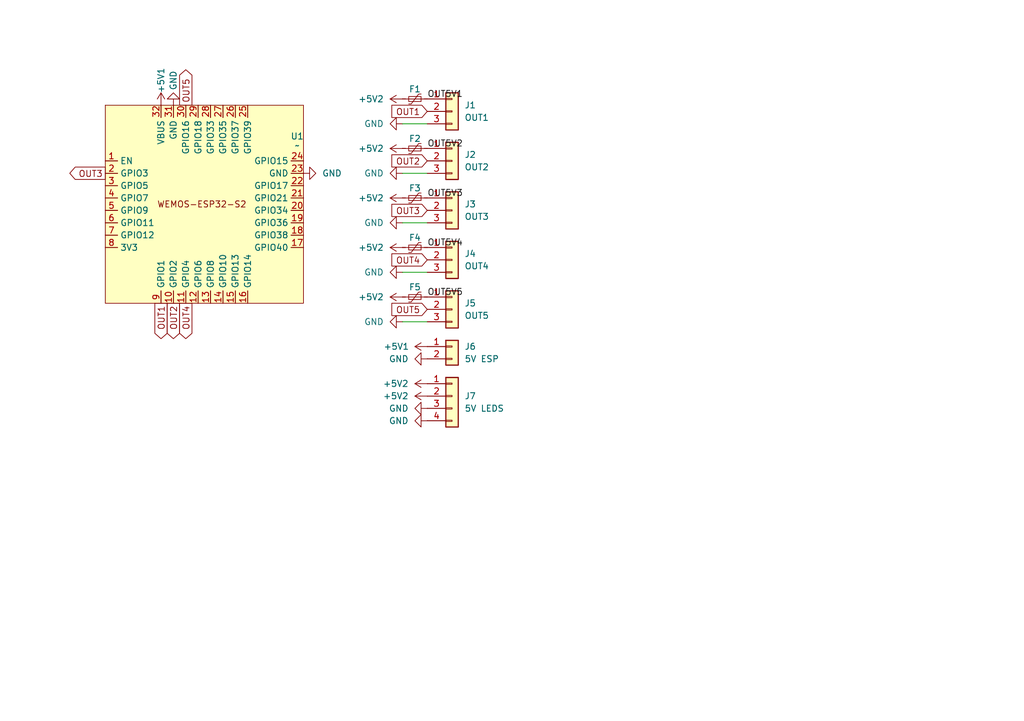
<source format=kicad_sch>
(kicad_sch (version 20231120) (generator "eeschema") (generator_version "8.0")
  (paper "A5")
  (lib_symbols
    (symbol "Connector_Generic:Conn_01x02" (pin_names (offset 1.016) hide)
      (property "Reference" "J" (at 0 2.54 0))
      (property "Value" "Conn_01x02" (at 0 -5.08 0))
      (symbol "Conn_01x02_1_1"
        (rectangle (start -1.27 -2.413) (end 0 -2.667) (stroke (width 0.1524)))
        (rectangle (start -1.27 0.127) (end 0 -0.127) (stroke (width 0.1524)))
        (rectangle (start -1.27 1.27) (end 1.27 -3.81) (stroke (width 0.254)) (fill (type background)))
        (pin passive line (at -5.08 0 0) (length 3.81) (name "Pin_1") (number "1"))
        (pin passive line (at -5.08 -2.54 0) (length 3.81) (name "Pin_2") (number "2"))
      )
    )
    (symbol "Connector_Generic:Conn_01x03" (pin_names (offset 1.016) hide)
      (property "Reference" "J" (at 0 5.08 0))
      (property "Value" "Conn_01x03" (at 0 -5.08 0))
      (symbol "Conn_01x03_1_1"
        (rectangle (start -1.27 -2.413) (end 0 -2.667) (stroke (width 0.1524)))
        (rectangle (start -1.27 0.127) (end 0 -0.127) (stroke (width 0.1524)))
        (rectangle (start -1.27 2.667) (end 0 2.413) (stroke (width 0.1524)))
        (rectangle (start -1.27 3.81) (end 1.27 -3.81) (stroke (width 0.254)) (fill (type background)))
        (pin passive line (at -5.08 2.54 0) (length 3.81) (name "Pin_1") (number "1"))
        (pin passive line (at -5.08 0 0) (length 3.81) (name "Pin_2") (number "2"))
        (pin passive line (at -5.08 -2.54 0) (length 3.81) (name "Pin_3") (number "3"))
      )
    )
    (symbol "Connector_Generic:Conn_01x04" (pin_names (offset 1.016) hide)
      (property "Reference" "J" (at 0 5.08 0))
      (property "Value" "Conn_01x04" (at 0 -7.62 0))
      (symbol "Conn_01x04_1_1"
        (rectangle (start -1.27 -4.953) (end 0 -5.207) (stroke (width 0.1524)))
        (rectangle (start -1.27 -2.413) (end 0 -2.667) (stroke (width 0.1524)))
        (rectangle (start -1.27 0.127) (end 0 -0.127) (stroke (width 0.1524)))
        (rectangle (start -1.27 2.667) (end 0 2.413) (stroke (width 0.1524)))
        (rectangle (start -1.27 3.81) (end 1.27 -6.35) (stroke (width 0.254)) (fill (type background)))
        (pin passive line (at -5.08 2.54 0) (length 3.81) (name "Pin_1") (number "1"))
        (pin passive line (at -5.08 0 0) (length 3.81) (name "Pin_2") (number "2"))
        (pin passive line (at -5.08 -2.54 0) (length 3.81) (name "Pin_3") (number "3"))
        (pin passive line (at -5.08 -5.08 0) (length 3.81) (name "Pin_4") (number "4"))
      )
    )
    (symbol "Device:Polyfuse_Small" (pin_numbers hide) (pin_names (offset 0))
      (property "Reference" "F" (at -1.905 0 90))
      (property "Value" "Polyfuse_Small" (at 1.905 0 90))
      (symbol "Polyfuse_Small_0_1"
        (rectangle (start -0.508 1.27) (end 0.508 -1.27))
        (polyline (pts (xy 0 2.54) (xy 0 -2.54)))
        (polyline (pts (xy -1.016 1.27) (xy -1.016 0.762) (xy 1.016 -0.762) (xy 1.016 -1.27)))
      )
      (symbol "Polyfuse_Small_1_1"
        (pin passive line (at 0 2.54 270) (length 0.635) (name "~") (number "1"))
        (pin passive line (at 0 -2.54 90) (length 0.635) (name "~") (number "2"))
      )
    )
    (symbol "WEMOS-ESP32-S2:WEMOS-ESP32-S2"
      (property "Reference" "U" (at 14.986 14.986 0))
      (symbol "WEMOS-ESP32-S2_1_1"
        (rectangle (start -20.32 20.32) (end 20.32 -20.32) (fill (type background)))
        (text "WEMOS-ESP32-S2" (at -0.508 0 0) (effects (font (size 1.27 1.27))))
        (pin input line (at -20.32 8.89 0) (length 2.54) (name "EN") (number "1"))
        (pin input line (at -6.35 -20.32 90) (length 2.54) (name "GPIO2") (number "10"))
        (pin input line (at -3.81 -20.32 90) (length 2.54) (name "GPIO4") (number "11"))
        (pin input line (at -1.27 -20.32 90) (length 2.54) (name "GPIO6") (number "12"))
        (pin input line (at 1.27 -20.32 90) (length 2.54) (name "GPIO8") (number "13"))
        (pin input line (at 3.81 -20.32 90) (length 2.54) (name "GPIO10") (number "14"))
        (pin input line (at 6.35 -20.32 90) (length 2.54) (name "GPIO13") (number "15"))
        (pin input line (at 8.89 -20.32 90) (length 2.54) (name "GPIO14") (number "16"))
        (pin input line (at 20.32 -8.89 180) (length 2.54) (name "GPIO40") (number "17"))
        (pin input line (at 20.32 -6.35 180) (length 2.54) (name "GPIO38") (number "18"))
        (pin input line (at 20.32 -3.81 180) (length 2.54) (name "GPIO36") (number "19"))
        (pin input line (at -20.32 6.35 0) (length 2.54) (name "GPIO3") (number "2"))
        (pin input line (at 20.32 -1.27 180) (length 2.54) (name "GPIO34") (number "20"))
        (pin input line (at 20.32 1.27 180) (length 2.54) (name "GPIO21") (number "21"))
        (pin input line (at 20.32 3.81 180) (length 2.54) (name "GPIO17") (number "22"))
        (pin input line (at 20.32 6.35 180) (length 2.54) (name "GND") (number "23"))
        (pin input line (at 20.32 8.89 180) (length 2.54) (name "GPIO15") (number "24"))
        (pin input line (at 8.89 20.32 270) (length 2.54) (name "GPIO39") (number "25"))
        (pin input line (at 6.35 20.32 270) (length 2.54) (name "GPIO37") (number "26"))
        (pin input line (at 3.81 20.32 270) (length 2.54) (name "GPIO35") (number "27"))
        (pin input line (at 1.27 20.32 270) (length 2.54) (name "GPIO33") (number "28"))
        (pin input line (at -1.27 20.32 270) (length 2.54) (name "GPIO18") (number "29"))
        (pin input line (at -20.32 3.81 0) (length 2.54) (name "GPIO5") (number "3"))
        (pin input line (at -3.81 20.32 270) (length 2.54) (name "GPIO16") (number "30"))
        (pin input line (at -6.35 20.32 270) (length 2.54) (name "GND") (number "31"))
        (pin input line (at -8.89 20.32 270) (length 2.54) (name "VBUS") (number "32"))
        (pin input line (at -20.32 1.27 0) (length 2.54) (name "GPIO7") (number "4"))
        (pin input line (at -20.32 -1.27 0) (length 2.54) (name "GPIO9") (number "5"))
        (pin input line (at -20.32 -3.81 0) (length 2.54) (name "GPIO11") (number "6"))
        (pin input line (at -20.32 -6.35 0) (length 2.54) (name "GPIO12") (number "7"))
        (pin input line (at -20.32 -8.89 0) (length 2.54) (name "3V3") (number "8"))
        (pin input line (at -8.89 -20.32 90) (length 2.54) (name "GPIO1") (number "9"))
      )
    )
    (symbol "power:+5V" (power) (pin_numbers hide) (pin_names (offset 0) hide)
      (property "Value" "+5V" (at 0 3.556 0))
      (symbol "+5V_0_1"
        (polyline (pts (xy -0.762 1.27) (xy 0 2.54)))
        (polyline (pts (xy 0 0) (xy 0 2.54)))
        (polyline (pts (xy 0 2.54) (xy 0.762 1.27)))
      )
      (symbol "+5V_1_1"
        (pin power_in line (at 0 0 90) (length 0) (name "~") (number "1"))
      )
    )
    (symbol "power:GND" (power) (pin_numbers hide) (pin_names (offset 0) hide)
      (property "Value" "GND" (at 0 -3.81 0))
      (symbol "GND_0_1"
        (polyline (pts (xy 0 0) (xy 0 -1.27) (xy 1.27 -1.27) (xy 0 -2.54) (xy -1.27 -1.27) (xy 0 -1.27)))
      )
      (symbol "GND_1_1"
        (pin power_in line (at 0 0 270) (length 0) (name "~") (number "1"))
      )
    )
  )
  (wire (pts (xy 82.55 25.4) (xy 87.63 25.4)))
  (wire (pts (xy 82.55 45.72) (xy 87.63 45.72)))
  (wire (pts (xy 82.55 66.04) (xy 87.63 66.04)))
  (wire (pts (xy 82.55 35.56) (xy 87.63 35.56)))
  (wire (pts (xy 82.55 55.88) (xy 87.63 55.88)))
  (label "OUT5V4" (at 87.63 50.8 0))
  (label "OUT5V5" (at 87.63 60.96 0))
  (label "OUT5V3" (at 87.63 40.64 0))
  (label "OUT5V1" (at 87.63 20.32 0))
  (label "OUT5V2" (at 87.63 30.48 0))
  (global_label "OUT5" (shape input) (at 87.63 63.5 180) (property "Intersheetrefs" "${INTERSHEET_REFS}" (effects (hide yes))))
  (global_label "OUT3" (shape input) (at 87.63 43.18 180) (property "Intersheetrefs" "${INTERSHEET_REFS}" (effects (hide yes))))
  (global_label "OUT2" (shape output) (at 35.56 62.23 270) (property "Intersheetrefs" "${INTERSHEET_REFS}" (effects (hide yes))))
  (global_label "OUT3" (shape output) (at 21.59 35.56 180) (property "Intersheetrefs" "${INTERSHEET_REFS}" (effects (hide yes))))
  (global_label "OUT2" (shape input) (at 87.63 33.02 180) (property "Intersheetrefs" "${INTERSHEET_REFS}" (effects (hide yes))))
  (global_label "OUT1" (shape output) (at 33.02 62.23 270) (property "Intersheetrefs" "${INTERSHEET_REFS}" (effects (hide yes))))
  (global_label "OUT5" (shape output) (at 38.1 21.59 90) (property "Intersheetrefs" "${INTERSHEET_REFS}" (effects (hide yes))))
  (global_label "OUT1" (shape input) (at 87.63 22.86 180) (property "Intersheetrefs" "${INTERSHEET_REFS}" (effects (hide yes))))
  (global_label "OUT4" (shape output) (at 38.1 62.23 270) (property "Intersheetrefs" "${INTERSHEET_REFS}" (effects (hide yes))))
  (global_label "OUT4" (shape input) (at 87.63 53.34 180) (property "Intersheetrefs" "${INTERSHEET_REFS}" (effects (hide yes))))
  (symbol (lib_id "power:+5V") (at 33.02 21.59 0) (unit 1)
    (property "Reference" "#PWR015" (effects (hide yes)))
    (property "Value" "+5V1" (at 33.02 16.51 90))
    (property "Description" "Power symbol creates a global label with name \"+5V\"" (effects (hide yes)))
  )
  (symbol (lib_id "Device:Polyfuse_Small") (at 85.09 20.32 90) (unit 1)
    (property "Reference" "F1" (at 85.09 18.288 90))
    (property "Value" "Polyfuse_Small" (effects (hide yes)))
    (property "Footprint" "KiCad:1812L010DR" (effects (hide yes)))
    (property "Description" "Resettable fuse, polymeric positive temperature coefficient, small symbol" (effects (hide yes)))
  )
  (symbol (lib_id "power:GND") (at 87.63 73.66 270) (unit 1)
    (property "Reference" "#PWR016" (effects (hide yes)))
    (property "Value" "GND" (at 83.82 73.6599 90) (effects (justify right)))
    (property "Description" "Power symbol creates a global label with name \"GND\" , ground" (effects (hide yes)))
  )
  (symbol (lib_id "Connector_Generic:Conn_01x03") (at 92.71 33.02 0) (unit 1)
    (property "Reference" "J2" (at 95.25 31.7499 0) (effects (justify left)))
    (property "Value" "OUT2" (at 95.25 34.2899 0) (effects (justify left)))
    (property "Footprint" "Connector_Wire:SolderWire-0.25sqmm_1x03_P4.2mm_D0.65mm_OD1.7mm_Relief" (effects (hide yes)))
    (property "Description" "Generic connector, single row, 01x03, script generated (kicad-library-utils/schlib/autogen/connector/)" (effects (hide yes)))
  )
  (symbol (lib_id "power:+5V") (at 87.63 71.12 90) (unit 1)
    (property "Reference" "#PWR017" (effects (hide yes)))
    (property "Value" "+5V1" (at 81.28 71.12 90))
    (property "Description" "Power symbol creates a global label with name \"+5V\"" (effects (hide yes)))
  )
  (symbol (lib_id "Connector_Generic:Conn_01x03") (at 92.71 22.86 0) (unit 1)
    (property "Reference" "J1" (at 95.25 21.5899 0) (effects (justify left)))
    (property "Value" "OUT1" (at 95.25 24.1299 0) (effects (justify left)))
    (property "Footprint" "Connector_Wire:SolderWire-0.25sqmm_1x03_P4.2mm_D0.65mm_OD1.7mm_Relief" (effects (hide yes)))
    (property "Description" "Generic connector, single row, 01x03, script generated (kicad-library-utils/schlib/autogen/connector/)" (effects (hide yes)))
  )
  (symbol (lib_id "power:GND") (at 82.55 35.56 270) (unit 1)
    (property "Reference" "#PWR04" (effects (hide yes)))
    (property "Value" "GND" (at 78.74 35.5599 90) (effects (justify right)))
    (property "Description" "Power symbol creates a global label with name \"GND\" , ground" (effects (hide yes)))
  )
  (symbol (lib_id "power:GND") (at 35.56 21.59 180) (unit 1)
    (property "Reference" "#PWR012" (effects (hide yes)))
    (property "Value" "GND" (at 35.56 16.51 90))
    (property "Description" "Power symbol creates a global label with name \"GND\" , ground" (effects (hide yes)))
  )
  (symbol (lib_id "Device:Polyfuse_Small") (at 85.09 60.96 90) (unit 1)
    (property "Reference" "F5" (at 85.09 58.928 90))
    (property "Value" "Polyfuse_Small" (effects (hide yes)))
    (property "Footprint" "KiCad:1812L010DR" (effects (hide yes)))
    (property "Description" "Resettable fuse, polymeric positive temperature coefficient, small symbol" (effects (hide yes)))
  )
  (symbol (lib_id "power:GND") (at 82.55 66.04 270) (unit 1)
    (property "Reference" "#PWR010" (effects (hide yes)))
    (property "Value" "GND" (at 78.74 66.0399 90) (effects (justify right)))
    (property "Description" "Power symbol creates a global label with name \"GND\" , ground" (effects (hide yes)))
  )
  (symbol (lib_id "Connector_Generic:Conn_01x02") (at 92.71 71.12 0) (unit 1)
    (property "Reference" "J6" (at 95.25 71.1199 0) (effects (justify left)))
    (property "Value" "5V ESP" (at 95.25 73.6599 0) (effects (justify left)))
    (property "Footprint" "Connector_Wire:SolderWire-0.25sqmm_1x02_P4.2mm_D0.65mm_OD1.7mm_Relief" (effects (hide yes)))
    (property "Description" "Generic connector, single row, 01x02, script generated (kicad-library-utils/schlib/autogen/connector/)" (effects (hide yes)))
  )
  (symbol (lib_id "power:+5V") (at 82.55 40.64 90) (unit 1)
    (property "Reference" "#PWR05" (effects (hide yes)))
    (property "Value" "+5V2" (at 78.74 40.6399 90) (effects (justify left)))
    (property "Description" "Power symbol creates a global label with name \"+5V\"" (effects (hide yes)))
  )
  (symbol (lib_id "power:+5V") (at 82.55 30.48 90) (unit 1)
    (property "Reference" "#PWR03" (effects (hide yes)))
    (property "Value" "+5V2" (at 78.74 30.4799 90) (effects (justify left)))
    (property "Description" "Power symbol creates a global label with name \"+5V\"" (effects (hide yes)))
  )
  (symbol (lib_id "power:GND") (at 62.23 35.56 90) (unit 1)
    (property "Reference" "#PWR011" (effects (hide yes)))
    (property "Value" "GND" (at 66.04 35.5599 90) (effects (justify right)))
    (property "Description" "Power symbol creates a global label with name \"GND\" , ground" (effects (hide yes)))
  )
  (symbol (lib_id "power:+5V") (at 87.63 81.28 90) (unit 1)
    (property "Reference" "#PWR018" (effects (hide yes)))
    (property "Value" "+5V2" (at 83.82 81.2799 90) (effects (justify left)))
    (property "Description" "Power symbol creates a global label with name \"+5V\"" (effects (hide yes)))
  )
  (symbol (lib_id "power:+5V") (at 87.63 78.74 90) (unit 1)
    (property "Reference" "#PWR013" (effects (hide yes)))
    (property "Value" "+5V2" (at 83.82 78.7399 90) (effects (justify left)))
    (property "Description" "Power symbol creates a global label with name \"+5V\"" (effects (hide yes)))
  )
  (symbol (lib_id "Device:Polyfuse_Small") (at 85.09 30.48 90) (unit 1)
    (property "Reference" "F2" (at 85.09 28.448 90))
    (property "Value" "Polyfuse_Small" (effects (hide yes)))
    (property "Footprint" "KiCad:1812L010DR" (effects (hide yes)))
    (property "Description" "Resettable fuse, polymeric positive temperature coefficient, small symbol" (effects (hide yes)))
  )
  (symbol (lib_id "Device:Polyfuse_Small") (at 85.09 50.8 90) (unit 1)
    (property "Reference" "F4" (at 85.09 48.768 90))
    (property "Value" "Polyfuse_Small" (effects (hide yes)))
    (property "Footprint" "KiCad:1812L010DR" (effects (hide yes)))
    (property "Description" "Resettable fuse, polymeric positive temperature coefficient, small symbol" (effects (hide yes)))
  )
  (symbol (lib_id "power:GND") (at 82.55 45.72 270) (unit 1)
    (property "Reference" "#PWR06" (effects (hide yes)))
    (property "Value" "GND" (at 78.74 45.7199 90) (effects (justify right)))
    (property "Description" "Power symbol creates a global label with name \"GND\" , ground" (effects (hide yes)))
  )
  (symbol (lib_id "power:+5V") (at 82.55 60.96 90) (unit 1)
    (property "Reference" "#PWR09" (effects (hide yes)))
    (property "Value" "+5V2" (at 78.74 60.9599 90) (effects (justify left)))
    (property "Description" "Power symbol creates a global label with name \"+5V\"" (effects (hide yes)))
  )
  (symbol (lib_id "power:GND") (at 87.63 86.36 270) (unit 1)
    (property "Reference" "#PWR019" (effects (hide yes)))
    (property "Value" "GND" (at 83.82 86.3599 90) (effects (justify right)))
    (property "Description" "Power symbol creates a global label with name \"GND\" , ground" (effects (hide yes)))
  )
  (symbol (lib_id "Device:Polyfuse_Small") (at 85.09 40.64 90) (unit 1)
    (property "Reference" "F3" (at 85.09 38.608 90))
    (property "Value" "Polyfuse_Small" (effects (hide yes)))
    (property "Footprint" "KiCad:1812L010DR" (effects (hide yes)))
    (property "Description" "Resettable fuse, polymeric positive temperature coefficient, small symbol" (effects (hide yes)))
  )
  (symbol (lib_id "power:GND") (at 82.55 55.88 270) (unit 1)
    (property "Reference" "#PWR08" (effects (hide yes)))
    (property "Value" "GND" (at 78.74 55.8799 90) (effects (justify right)))
    (property "Description" "Power symbol creates a global label with name \"GND\" , ground" (effects (hide yes)))
  )
  (symbol (lib_id "Connector_Generic:Conn_01x03") (at 92.71 43.18 0) (unit 1)
    (property "Reference" "J3" (at 95.25 41.9099 0) (effects (justify left)))
    (property "Value" "OUT3" (at 95.25 44.4499 0) (effects (justify left)))
    (property "Footprint" "Connector_Wire:SolderWire-0.25sqmm_1x03_P4.2mm_D0.65mm_OD1.7mm_Relief" (effects (hide yes)))
    (property "Description" "Generic connector, single row, 01x03, script generated (kicad-library-utils/schlib/autogen/connector/)" (effects (hide yes)))
  )
  (symbol (lib_id "power:+5V") (at 82.55 20.32 90) (unit 1)
    (property "Reference" "#PWR01" (effects (hide yes)))
    (property "Value" "+5V2" (at 78.74 20.3199 90) (effects (justify left)))
    (property "Description" "Power symbol creates a global label with name \"+5V\"" (effects (hide yes)))
  )
  (symbol (lib_id "WEMOS-ESP32-S2:WEMOS-ESP32-S2") (at 41.91 41.91 0) (unit 1)
    (property "Reference" "U1" (at 60.96 27.9714 0))
    (property "Value" "~" (at 60.96 29.8765 0))
    (property "Footprint" "WEMOS-ESP32-S2:WEMOS-ESP32-S2" (effects (hide yes)))
  )
  (symbol (lib_id "Connector_Generic:Conn_01x03") (at 92.71 53.34 0) (unit 1)
    (property "Reference" "J4" (at 95.25 52.0699 0) (effects (justify left)))
    (property "Value" "OUT4" (at 95.25 54.6099 0) (effects (justify left)))
    (property "Footprint" "Connector_Wire:SolderWire-0.25sqmm_1x03_P4.2mm_D0.65mm_OD1.7mm_Relief" (effects (hide yes)))
    (property "Description" "Generic connector, single row, 01x03, script generated (kicad-library-utils/schlib/autogen/connector/)" (effects (hide yes)))
  )
  (symbol (lib_id "Connector_Generic:Conn_01x04") (at 92.71 81.28 0) (unit 1)
    (property "Reference" "J7" (at 95.25 81.2799 0) (effects (justify left)))
    (property "Value" "5V LEDS" (at 95.25 83.8199 0) (effects (justify left)))
    (property "Footprint" "Connector_Wire:SolderWire-0.75sqmm_1x04_P4.8mm_D1.25mm_OD2.3mm_Relief" (effects (hide yes)))
    (property "Description" "Generic connector, single row, 01x04, script generated (kicad-library-utils/schlib/autogen/connector/)" (effects (hide yes)))
  )
  (symbol (lib_id "power:GND") (at 82.55 25.4 270) (unit 1)
    (property "Reference" "#PWR02" (effects (hide yes)))
    (property "Value" "GND" (at 78.74 25.3999 90) (effects (justify right)))
    (property "Description" "Power symbol creates a global label with name \"GND\" , ground" (effects (hide yes)))
  )
  (symbol (lib_id "power:GND") (at 87.63 83.82 270) (unit 1)
    (property "Reference" "#PWR014" (effects (hide yes)))
    (property "Value" "GND" (at 83.82 83.8199 90) (effects (justify right)))
    (property "Description" "Power symbol creates a global label with name \"GND\" , ground" (effects (hide yes)))
  )
  (symbol (lib_id "power:+5V") (at 82.55 50.8 90) (unit 1)
    (property "Reference" "#PWR07" (effects (hide yes)))
    (property "Value" "+5V2" (at 78.74 50.7999 90) (effects (justify left)))
    (property "Description" "Power symbol creates a global label with name \"+5V\"" (effects (hide yes)))
  )
  (symbol (lib_id "Connector_Generic:Conn_01x03") (at 92.71 63.5 0) (unit 1)
    (property "Reference" "J5" (at 95.25 62.2299 0) (effects (justify left)))
    (property "Value" "OUT5" (at 95.25 64.7699 0) (effects (justify left)))
    (property "Footprint" "Connector_Wire:SolderWire-0.25sqmm_1x03_P4.2mm_D0.65mm_OD1.7mm_Relief" (effects (hide yes)))
    (property "Description" "Generic connector, single row, 01x03, script generated (kicad-library-utils/schlib/autogen/connector/)" (effects (hide yes)))
  )
)
</source>
